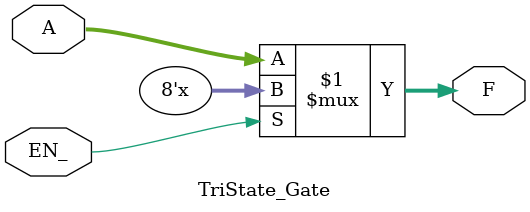
<source format=v>
`timescale 1ns / 1ps


module TriState_Gate(
    input EN_,
    input [7:0] A,
    output [7:0] F
    );
    assign F=EN_?8'bz:A;
endmodule

</source>
